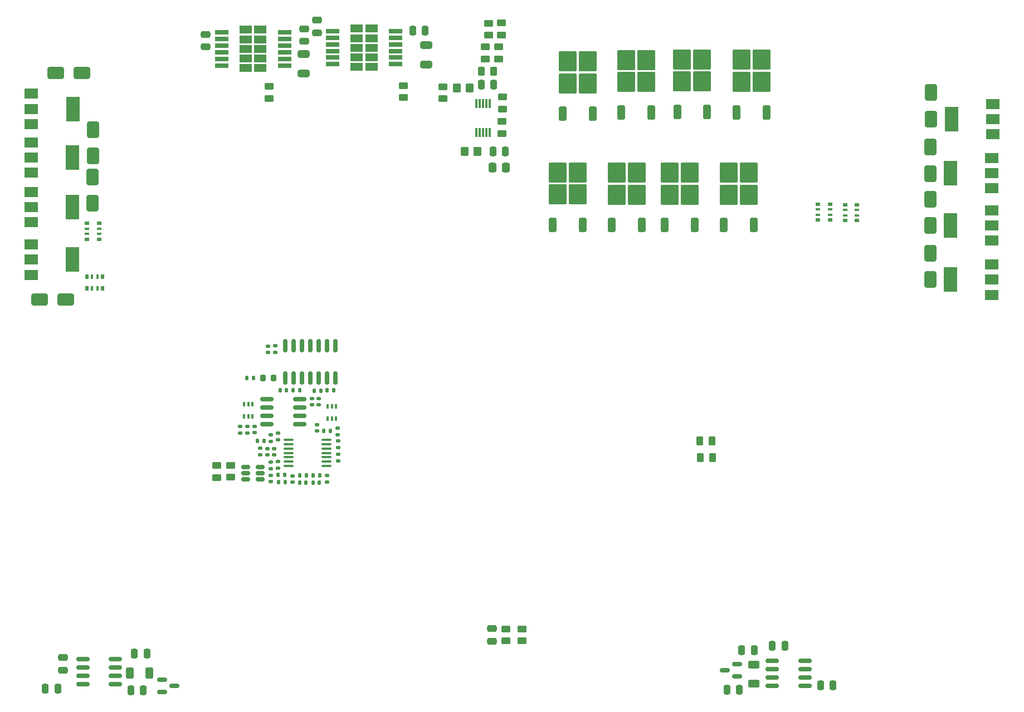
<source format=gbr>
%TF.GenerationSoftware,KiCad,Pcbnew,7.0.8*%
%TF.CreationDate,2024-05-13T00:37:04+01:00*%
%TF.ProjectId,Polygonus-Universal-Base,506f6c79-676f-46e7-9573-2d556e697665,rev?*%
%TF.SameCoordinates,Original*%
%TF.FileFunction,Paste,Top*%
%TF.FilePolarity,Positive*%
%FSLAX46Y46*%
G04 Gerber Fmt 4.6, Leading zero omitted, Abs format (unit mm)*
G04 Created by KiCad (PCBNEW 7.0.8) date 2024-05-13 00:37:04*
%MOMM*%
%LPD*%
G01*
G04 APERTURE LIST*
G04 Aperture macros list*
%AMRoundRect*
0 Rectangle with rounded corners*
0 $1 Rounding radius*
0 $2 $3 $4 $5 $6 $7 $8 $9 X,Y pos of 4 corners*
0 Add a 4 corners polygon primitive as box body*
4,1,4,$2,$3,$4,$5,$6,$7,$8,$9,$2,$3,0*
0 Add four circle primitives for the rounded corners*
1,1,$1+$1,$2,$3*
1,1,$1+$1,$4,$5*
1,1,$1+$1,$6,$7*
1,1,$1+$1,$8,$9*
0 Add four rect primitives between the rounded corners*
20,1,$1+$1,$2,$3,$4,$5,0*
20,1,$1+$1,$4,$5,$6,$7,0*
20,1,$1+$1,$6,$7,$8,$9,0*
20,1,$1+$1,$8,$9,$2,$3,0*%
G04 Aperture macros list end*
%ADD10RoundRect,0.250000X-0.337500X-0.475000X0.337500X-0.475000X0.337500X0.475000X-0.337500X0.475000X0*%
%ADD11RoundRect,0.250000X-0.650000X1.000000X-0.650000X-1.000000X0.650000X-1.000000X0.650000X1.000000X0*%
%ADD12R,0.500000X0.800000*%
%ADD13R,0.400000X0.800000*%
%ADD14RoundRect,0.250000X0.350000X-0.850000X0.350000X0.850000X-0.350000X0.850000X-0.350000X-0.850000X0*%
%ADD15RoundRect,0.250000X1.125000X-1.275000X1.125000X1.275000X-1.125000X1.275000X-1.125000X-1.275000X0*%
%ADD16R,2.000000X1.500000*%
%ADD17R,2.000000X3.800000*%
%ADD18RoundRect,0.135000X0.185000X-0.135000X0.185000X0.135000X-0.185000X0.135000X-0.185000X-0.135000X0*%
%ADD19RoundRect,0.150000X-0.825000X-0.150000X0.825000X-0.150000X0.825000X0.150000X-0.825000X0.150000X0*%
%ADD20RoundRect,0.150000X0.150000X-0.825000X0.150000X0.825000X-0.150000X0.825000X-0.150000X-0.825000X0*%
%ADD21R,0.800000X0.500000*%
%ADD22R,0.800000X0.400000*%
%ADD23RoundRect,0.250000X0.450000X-0.262500X0.450000X0.262500X-0.450000X0.262500X-0.450000X-0.262500X0*%
%ADD24RoundRect,0.140000X-0.170000X0.140000X-0.170000X-0.140000X0.170000X-0.140000X0.170000X0.140000X0*%
%ADD25RoundRect,0.135000X-0.135000X-0.185000X0.135000X-0.185000X0.135000X0.185000X-0.135000X0.185000X0*%
%ADD26RoundRect,0.250000X0.250000X0.475000X-0.250000X0.475000X-0.250000X-0.475000X0.250000X-0.475000X0*%
%ADD27RoundRect,0.218750X-0.218750X-0.256250X0.218750X-0.256250X0.218750X0.256250X-0.218750X0.256250X0*%
%ADD28RoundRect,0.250000X-0.250000X-0.475000X0.250000X-0.475000X0.250000X0.475000X-0.250000X0.475000X0*%
%ADD29RoundRect,0.135000X0.135000X0.185000X-0.135000X0.185000X-0.135000X-0.185000X0.135000X-0.185000X0*%
%ADD30RoundRect,0.135000X-0.185000X0.135000X-0.185000X-0.135000X0.185000X-0.135000X0.185000X0.135000X0*%
%ADD31RoundRect,0.250000X-1.000000X-0.650000X1.000000X-0.650000X1.000000X0.650000X-1.000000X0.650000X0*%
%ADD32R,0.300000X1.400000*%
%ADD33RoundRect,0.250000X-0.262500X-0.450000X0.262500X-0.450000X0.262500X0.450000X-0.262500X0.450000X0*%
%ADD34RoundRect,0.140000X0.170000X-0.140000X0.170000X0.140000X-0.170000X0.140000X-0.170000X-0.140000X0*%
%ADD35R,1.950000X1.160000*%
%ADD36R,2.000000X0.650000*%
%ADD37RoundRect,0.250000X0.262500X0.450000X-0.262500X0.450000X-0.262500X-0.450000X0.262500X-0.450000X0*%
%ADD38RoundRect,0.250000X0.625000X-0.312500X0.625000X0.312500X-0.625000X0.312500X-0.625000X-0.312500X0*%
%ADD39RoundRect,0.250000X-0.350000X-0.450000X0.350000X-0.450000X0.350000X0.450000X-0.350000X0.450000X0*%
%ADD40RoundRect,0.150000X-0.512500X-0.150000X0.512500X-0.150000X0.512500X0.150000X-0.512500X0.150000X0*%
%ADD41R,0.400000X0.650000*%
%ADD42RoundRect,0.140000X0.140000X0.170000X-0.140000X0.170000X-0.140000X-0.170000X0.140000X-0.170000X0*%
%ADD43RoundRect,0.250000X-0.312500X-0.625000X0.312500X-0.625000X0.312500X0.625000X-0.312500X0.625000X0*%
%ADD44RoundRect,0.150000X0.587500X0.150000X-0.587500X0.150000X-0.587500X-0.150000X0.587500X-0.150000X0*%
%ADD45RoundRect,0.250000X-0.450000X0.262500X-0.450000X-0.262500X0.450000X-0.262500X0.450000X0.262500X0*%
%ADD46RoundRect,0.250000X-0.475000X0.250000X-0.475000X-0.250000X0.475000X-0.250000X0.475000X0.250000X0*%
%ADD47RoundRect,0.150000X-0.587500X-0.150000X0.587500X-0.150000X0.587500X0.150000X-0.587500X0.150000X0*%
%ADD48RoundRect,0.250000X0.650000X-0.325000X0.650000X0.325000X-0.650000X0.325000X-0.650000X-0.325000X0*%
%ADD49RoundRect,0.250000X0.475000X-0.250000X0.475000X0.250000X-0.475000X0.250000X-0.475000X-0.250000X0*%
%ADD50RoundRect,0.140000X-0.140000X-0.170000X0.140000X-0.170000X0.140000X0.170000X-0.140000X0.170000X0*%
%ADD51RoundRect,0.150000X0.825000X0.150000X-0.825000X0.150000X-0.825000X-0.150000X0.825000X-0.150000X0*%
%ADD52RoundRect,0.100000X-0.637500X-0.100000X0.637500X-0.100000X0.637500X0.100000X-0.637500X0.100000X0*%
G04 APERTURE END LIST*
D10*
%TO.C,C25*%
X135262500Y-63640000D03*
X137337500Y-63640000D03*
%TD*%
D11*
%TO.C,D2*%
X201800000Y-76640000D03*
X201800000Y-80640000D03*
%TD*%
D12*
%TO.C,RN3*%
X76000000Y-80240000D03*
D13*
X75200000Y-80240000D03*
X74400000Y-80240000D03*
D12*
X73600000Y-80240000D03*
X73600000Y-82040000D03*
D13*
X74400000Y-82040000D03*
X75200000Y-82040000D03*
D12*
X76000000Y-82040000D03*
%TD*%
D14*
%TO.C,Q2*%
X163337124Y-55140737D03*
D15*
X164092124Y-50515737D03*
X167142124Y-50515737D03*
X164092124Y-47165737D03*
X167142124Y-47165737D03*
D14*
X167897124Y-55140737D03*
%TD*%
D16*
%TO.C,U17*%
X65154476Y-59831561D03*
X65154476Y-62131561D03*
X65154476Y-64431561D03*
D17*
X71454476Y-62131561D03*
%TD*%
D18*
%TO.C,R24*%
X102694607Y-105039580D03*
X102694607Y-104019580D03*
%TD*%
D19*
%TO.C,U21*%
X73006624Y-138366545D03*
X73006624Y-139636545D03*
X73006624Y-140906545D03*
X73006624Y-142176545D03*
X77956624Y-142176545D03*
X77956624Y-140906545D03*
X77956624Y-139636545D03*
X77956624Y-138366545D03*
%TD*%
D20*
%TO.C,U5*%
X103772815Y-95640995D03*
X105042815Y-95640995D03*
X106312815Y-95640995D03*
X107582815Y-95640995D03*
X108852815Y-95640995D03*
X110122815Y-95640995D03*
X111392815Y-95640995D03*
X111392815Y-90690995D03*
X110122815Y-90690995D03*
X108852815Y-90690995D03*
X107582815Y-90690995D03*
X106312815Y-90690995D03*
X105042815Y-90690995D03*
X103772815Y-90690995D03*
%TD*%
D21*
%TO.C,RN2*%
X188862544Y-69273813D03*
D22*
X188862544Y-70073813D03*
X188862544Y-70873813D03*
D21*
X188862544Y-71673813D03*
X190662544Y-71673813D03*
D22*
X190662544Y-70873813D03*
X190662544Y-70073813D03*
D21*
X190662544Y-69273813D03*
%TD*%
D23*
%TO.C,R35*%
X121703685Y-52996521D03*
X121703685Y-51171521D03*
%TD*%
D24*
%TO.C,C22*%
X111753915Y-103277947D03*
X111753915Y-104237947D03*
%TD*%
D16*
%TO.C,U16*%
X65191189Y-52405741D03*
X65191189Y-54705741D03*
X65191189Y-57005741D03*
D17*
X71491189Y-54705741D03*
%TD*%
D25*
%TO.C,R11*%
X102652406Y-110402584D03*
X103672406Y-110402584D03*
%TD*%
D26*
%TO.C,C36*%
X69212465Y-142838958D03*
X67312465Y-142838958D03*
%TD*%
D27*
%TO.C,D1*%
X100384057Y-95641065D03*
X101959057Y-95641065D03*
%TD*%
D25*
%TO.C,R12*%
X107991506Y-110453400D03*
X109011506Y-110453400D03*
%TD*%
D16*
%TO.C,U13*%
X211338488Y-58550546D03*
X211338488Y-56250546D03*
X211338488Y-53950546D03*
D17*
X205038488Y-56250546D03*
%TD*%
D26*
%TO.C,C27*%
X125032661Y-42835627D03*
X123132661Y-42835627D03*
%TD*%
D28*
%TO.C,C32*%
X177805526Y-136340000D03*
X179705526Y-136340000D03*
%TD*%
D16*
%TO.C,U14*%
X211155466Y-66786559D03*
X211155466Y-64486559D03*
X211155466Y-62186559D03*
D17*
X204855466Y-64486559D03*
%TD*%
D26*
%TO.C,C33*%
X82768167Y-137563839D03*
X80868167Y-137563839D03*
%TD*%
D16*
%TO.C,U19*%
X65154476Y-67355819D03*
X65154476Y-69655819D03*
X65154476Y-71955819D03*
D17*
X71454476Y-69655819D03*
%TD*%
D29*
%TO.C,R19*%
X110603170Y-103677567D03*
X109583170Y-103677567D03*
%TD*%
D30*
%TO.C,R23*%
X99963884Y-106309931D03*
X99963884Y-107329931D03*
%TD*%
D31*
%TO.C,D6*%
X68900000Y-49240000D03*
X72900000Y-49240000D03*
%TD*%
D11*
%TO.C,D8*%
X74500000Y-65040000D03*
X74500000Y-69040000D03*
%TD*%
D23*
%TO.C,R28*%
X136156488Y-47086808D03*
X136156488Y-45261808D03*
%TD*%
D26*
%TO.C,C30*%
X175022461Y-137038591D03*
X173122461Y-137038591D03*
%TD*%
D14*
%TO.C,Q7*%
X153420000Y-72380000D03*
D15*
X154175000Y-67755000D03*
X157225000Y-67755000D03*
X154175000Y-64405000D03*
X157225000Y-64405000D03*
D14*
X157980000Y-72380000D03*
%TD*%
D28*
%TO.C,C34*%
X80284731Y-143131829D03*
X82184731Y-143131829D03*
%TD*%
%TO.C,C29*%
X170877796Y-143031045D03*
X172777796Y-143031045D03*
%TD*%
D32*
%TO.C,U10*%
X134811353Y-53880996D03*
X134311353Y-53880996D03*
X133811353Y-53880996D03*
X133311353Y-53880996D03*
X132811353Y-53880996D03*
X132811353Y-58280996D03*
X133311353Y-58280996D03*
X133811353Y-58280996D03*
X134311353Y-58280996D03*
X134811353Y-58280996D03*
%TD*%
D23*
%TO.C,R27*%
X134142220Y-47096793D03*
X134142220Y-45271793D03*
%TD*%
D16*
%TO.C,U11*%
X211155466Y-82984051D03*
X211155466Y-80684051D03*
X211155466Y-78384051D03*
D17*
X204855466Y-80684051D03*
%TD*%
D29*
%TO.C,R15*%
X106958279Y-110441734D03*
X105938279Y-110441734D03*
%TD*%
D33*
%TO.C,R2*%
X166846916Y-107749289D03*
X168671916Y-107749289D03*
%TD*%
D21*
%TO.C,RN4*%
X75458314Y-74539005D03*
D22*
X75458314Y-73739005D03*
X75458314Y-72939005D03*
D21*
X75458314Y-72139005D03*
X73658314Y-72139005D03*
D22*
X73658314Y-72939005D03*
X73658314Y-73739005D03*
D21*
X73658314Y-74539005D03*
%TD*%
D34*
%TO.C,C15*%
X107851547Y-99715769D03*
X107851547Y-98755769D03*
%TD*%
D25*
%TO.C,R22*%
X99550669Y-105224359D03*
X100570669Y-105224359D03*
%TD*%
D35*
%TO.C,U15*%
X116862906Y-48328604D03*
X116862906Y-46868604D03*
X116862906Y-45408604D03*
X116862906Y-43948604D03*
X116862906Y-42488604D03*
X114612906Y-48328604D03*
X114612906Y-46868604D03*
X114612906Y-45408604D03*
X114612906Y-43948604D03*
X114612906Y-42488604D03*
D36*
X120537906Y-47908604D03*
X120537906Y-46908604D03*
X120537906Y-45908604D03*
X120537906Y-44908604D03*
X120537906Y-43908604D03*
X120537906Y-42908604D03*
X110937906Y-42908604D03*
X110937906Y-43908604D03*
X110937906Y-44908604D03*
X110937906Y-45908604D03*
X110937906Y-46908604D03*
X110937906Y-47908604D03*
%TD*%
D37*
%TO.C,R29*%
X135421872Y-48964572D03*
X133596872Y-48964572D03*
%TD*%
D16*
%TO.C,U18*%
X65127619Y-75332820D03*
X65127619Y-77632820D03*
X65127619Y-79932820D03*
D17*
X71427619Y-77632820D03*
%TD*%
D38*
%TO.C,R36*%
X175014418Y-142128630D03*
X175014418Y-139203630D03*
%TD*%
D39*
%TO.C,R32*%
X129809704Y-51520545D03*
X131809704Y-51520545D03*
%TD*%
D14*
%TO.C,Q8*%
X144420000Y-72342005D03*
D15*
X145175000Y-67717005D03*
X148225000Y-67717005D03*
X145175000Y-64367005D03*
X148225000Y-64367005D03*
D14*
X148980000Y-72342005D03*
%TD*%
D24*
%TO.C,C18*%
X101158839Y-90784460D03*
X101158839Y-91744460D03*
%TD*%
D23*
%TO.C,R5*%
X101340513Y-53094840D03*
X101340513Y-51269840D03*
%TD*%
D40*
%TO.C,U4*%
X97720254Y-109163333D03*
X97720254Y-110113333D03*
X97720254Y-111063333D03*
X99995254Y-111063333D03*
X99995254Y-110113333D03*
X99995254Y-109163333D03*
%TD*%
D41*
%TO.C,U8*%
X97506000Y-101473000D03*
X98156000Y-101473000D03*
X98806000Y-101473000D03*
X98806000Y-99573000D03*
X98156000Y-99573000D03*
X97506000Y-99573000D03*
%TD*%
D42*
%TO.C,C7*%
X108969840Y-111550010D03*
X108009840Y-111550010D03*
%TD*%
D16*
%TO.C,U12*%
X211155466Y-74748038D03*
X211155466Y-72448038D03*
X211155466Y-70148038D03*
D17*
X204855466Y-72448038D03*
%TD*%
D23*
%TO.C,R8*%
X93328736Y-110787347D03*
X93328736Y-108962347D03*
%TD*%
D24*
%TO.C,C20*%
X99154135Y-103003922D03*
X99154135Y-103963922D03*
%TD*%
%TO.C,C16*%
X102278781Y-90761128D03*
X102278781Y-91721128D03*
%TD*%
D23*
%TO.C,R4*%
X137316345Y-135636620D03*
X137316345Y-133811620D03*
%TD*%
D37*
%TO.C,R1*%
X168584105Y-105177683D03*
X166759105Y-105177683D03*
%TD*%
D43*
%TO.C,R37*%
X80155250Y-140550045D03*
X83080250Y-140550045D03*
%TD*%
D24*
%TO.C,C10*%
X96901000Y-103025000D03*
X96901000Y-103985000D03*
%TD*%
D28*
%TO.C,C24*%
X135350000Y-61140000D03*
X137250000Y-61140000D03*
%TD*%
D44*
%TO.C,D10*%
X172464671Y-141014880D03*
X172464671Y-139114880D03*
X170589671Y-140064880D03*
%TD*%
D39*
%TO.C,R33*%
X131000000Y-61140000D03*
X133000000Y-61140000D03*
%TD*%
D45*
%TO.C,R30*%
X136700000Y-56627500D03*
X136700000Y-58452500D03*
%TD*%
D19*
%TO.C,U7*%
X101008268Y-98873572D03*
X101008268Y-100143572D03*
X101008268Y-101413572D03*
X101008268Y-102683572D03*
X105958268Y-102683572D03*
X105958268Y-101413572D03*
X105958268Y-100143572D03*
X105958268Y-98873572D03*
%TD*%
D18*
%TO.C,R16*%
X98044000Y-104015000D03*
X98044000Y-102995000D03*
%TD*%
D11*
%TO.C,D3*%
X201800000Y-68440000D03*
X201800000Y-72440000D03*
%TD*%
D46*
%TO.C,C5*%
X91623348Y-43390000D03*
X91623348Y-45290000D03*
%TD*%
D47*
%TO.C,D11*%
X85069372Y-141504002D03*
X85069372Y-143404002D03*
X86944372Y-142454002D03*
%TD*%
D48*
%TO.C,C3*%
X106562042Y-49339600D03*
X106562042Y-46389600D03*
%TD*%
D14*
%TO.C,Q5*%
X170420000Y-72380000D03*
D15*
X171175000Y-67755000D03*
X174225000Y-67755000D03*
X171175000Y-64405000D03*
X174225000Y-64405000D03*
D14*
X174980000Y-72380000D03*
%TD*%
D49*
%TO.C,C35*%
X69993202Y-140080574D03*
X69993202Y-138180574D03*
%TD*%
D42*
%TO.C,C11*%
X103950231Y-97512576D03*
X102990231Y-97512576D03*
%TD*%
D25*
%TO.C,R21*%
X108147741Y-97543685D03*
X109167741Y-97543685D03*
%TD*%
D24*
%TO.C,C13*%
X108584360Y-102738701D03*
X108584360Y-103698701D03*
%TD*%
D30*
%TO.C,R18*%
X111786259Y-105229532D03*
X111786259Y-106249532D03*
%TD*%
D50*
%TO.C,C12*%
X110146538Y-97520079D03*
X111106538Y-97520079D03*
%TD*%
D30*
%TO.C,R9*%
X110134755Y-110480039D03*
X110134755Y-111500039D03*
%TD*%
D25*
%TO.C,R6*%
X97915000Y-95631000D03*
X98935000Y-95631000D03*
%TD*%
D51*
%TO.C,U20*%
X182760593Y-142478446D03*
X182760593Y-141208446D03*
X182760593Y-139938446D03*
X182760593Y-138668446D03*
X177810593Y-138668446D03*
X177810593Y-139938446D03*
X177810593Y-141208446D03*
X177810593Y-142478446D03*
%TD*%
D25*
%TO.C,R13*%
X102731362Y-111507528D03*
X103751362Y-111507528D03*
%TD*%
D11*
%TO.C,D4*%
X201800000Y-60540000D03*
X201800000Y-64540000D03*
%TD*%
D14*
%TO.C,Q6*%
X161420000Y-72380000D03*
D15*
X162175000Y-67755000D03*
X165225000Y-67755000D03*
X162175000Y-64405000D03*
X165225000Y-64405000D03*
D14*
X165980000Y-72380000D03*
%TD*%
D31*
%TO.C,D9*%
X66400000Y-83740000D03*
X70400000Y-83740000D03*
%TD*%
D34*
%TO.C,C9*%
X104884343Y-111504719D03*
X104884343Y-110544719D03*
%TD*%
D14*
%TO.C,Q4*%
X145922936Y-55440022D03*
D15*
X146677936Y-50815022D03*
X149727936Y-50815022D03*
X146677936Y-47465022D03*
X149727936Y-47465022D03*
D14*
X150482936Y-55440022D03*
%TD*%
D34*
%TO.C,C14*%
X101591948Y-105251543D03*
X101591948Y-104291543D03*
%TD*%
D23*
%TO.C,R25*%
X134632173Y-43509301D03*
X134632173Y-41684301D03*
%TD*%
D28*
%TO.C,C31*%
X185107368Y-142389712D03*
X187007368Y-142389712D03*
%TD*%
D23*
%TO.C,R3*%
X139749110Y-135636620D03*
X139749110Y-133811620D03*
%TD*%
D11*
%TO.C,D7*%
X74600000Y-57840000D03*
X74600000Y-61840000D03*
%TD*%
D49*
%TO.C,C28*%
X108579658Y-43118935D03*
X108579658Y-41218935D03*
%TD*%
D42*
%TO.C,C8*%
X106939945Y-111515012D03*
X105979945Y-111515012D03*
%TD*%
D21*
%TO.C,RN1*%
X186551050Y-71602925D03*
D22*
X186551050Y-70802925D03*
X186551050Y-70002925D03*
D21*
X186551050Y-69202925D03*
X184751050Y-69202925D03*
D22*
X184751050Y-70002925D03*
X184751050Y-70802925D03*
D21*
X184751050Y-71602925D03*
%TD*%
D24*
%TO.C,C19*%
X102094885Y-106391780D03*
X102094885Y-107351780D03*
%TD*%
D14*
%TO.C,Q3*%
X154852819Y-55247290D03*
D15*
X155607819Y-50622290D03*
X158657819Y-50622290D03*
X155607819Y-47272290D03*
X158657819Y-47272290D03*
D14*
X159412819Y-55247290D03*
%TD*%
D35*
%TO.C,U3*%
X100002537Y-48516167D03*
X100002537Y-47056167D03*
X100002537Y-45596167D03*
X100002537Y-44136167D03*
X100002537Y-42676167D03*
X97752537Y-48516167D03*
X97752537Y-47056167D03*
X97752537Y-45596167D03*
X97752537Y-44136167D03*
X97752537Y-42676167D03*
D36*
X103677537Y-48096167D03*
X103677537Y-47096167D03*
X103677537Y-46096167D03*
X103677537Y-45096167D03*
X103677537Y-44096167D03*
X103677537Y-43096167D03*
X94077537Y-43096167D03*
X94077537Y-44096167D03*
X94077537Y-45096167D03*
X94077537Y-46096167D03*
X94077537Y-47096167D03*
X94077537Y-48096167D03*
%TD*%
D49*
%TO.C,C1*%
X135157194Y-135666133D03*
X135157194Y-133766133D03*
%TD*%
D52*
%TO.C,U6*%
X104314536Y-105075641D03*
X104314536Y-105725641D03*
X104314536Y-106375641D03*
X104314536Y-107025641D03*
X104314536Y-107675641D03*
X104314536Y-108325641D03*
X104314536Y-108975641D03*
X110039536Y-108975641D03*
X110039536Y-108325641D03*
X110039536Y-107675641D03*
X110039536Y-107025641D03*
X110039536Y-106375641D03*
X110039536Y-105725641D03*
X110039536Y-105075641D03*
%TD*%
D34*
%TO.C,C17*%
X108862606Y-99723546D03*
X108862606Y-98763546D03*
%TD*%
D11*
%TO.C,D5*%
X201900000Y-52240000D03*
X201900000Y-56240000D03*
%TD*%
D24*
%TO.C,C21*%
X101042347Y-106396965D03*
X101042347Y-107356965D03*
%TD*%
D45*
%TO.C,R7*%
X95492320Y-108906871D03*
X95492320Y-110731871D03*
%TD*%
D23*
%TO.C,R26*%
X136615925Y-43481749D03*
X136615925Y-41656749D03*
%TD*%
D28*
%TO.C,C23*%
X133559372Y-51041904D03*
X135459372Y-51041904D03*
%TD*%
D49*
%TO.C,C4*%
X106612595Y-44416468D03*
X106612595Y-42516468D03*
%TD*%
D24*
%TO.C,C6*%
X101531149Y-110419946D03*
X101531149Y-111379946D03*
%TD*%
D45*
%TO.C,R31*%
X136767835Y-52882467D03*
X136767835Y-54707467D03*
%TD*%
D30*
%TO.C,R10*%
X101545284Y-108404638D03*
X101545284Y-109424638D03*
%TD*%
%TO.C,R17*%
X111786259Y-107271094D03*
X111786259Y-108291094D03*
%TD*%
D18*
%TO.C,R14*%
X102660041Y-109388344D03*
X102660041Y-108368344D03*
%TD*%
D48*
%TO.C,C26*%
X125200007Y-47969022D03*
X125200007Y-45019022D03*
%TD*%
D29*
%TO.C,R20*%
X105971239Y-97497021D03*
X104951239Y-97497021D03*
%TD*%
D41*
%TO.C,U9*%
X110205506Y-101814105D03*
X110855506Y-101814105D03*
X111505506Y-101814105D03*
X111505506Y-99914105D03*
X110855506Y-99914105D03*
X110205506Y-99914105D03*
%TD*%
D45*
%TO.C,R34*%
X127720250Y-51342152D03*
X127720250Y-53167152D03*
%TD*%
D14*
%TO.C,Q1*%
X172371404Y-55213011D03*
D15*
X173126404Y-50588011D03*
X176176404Y-50588011D03*
X173126404Y-47238011D03*
X176176404Y-47238011D03*
D14*
X176931404Y-55213011D03*
%TD*%
M02*

</source>
